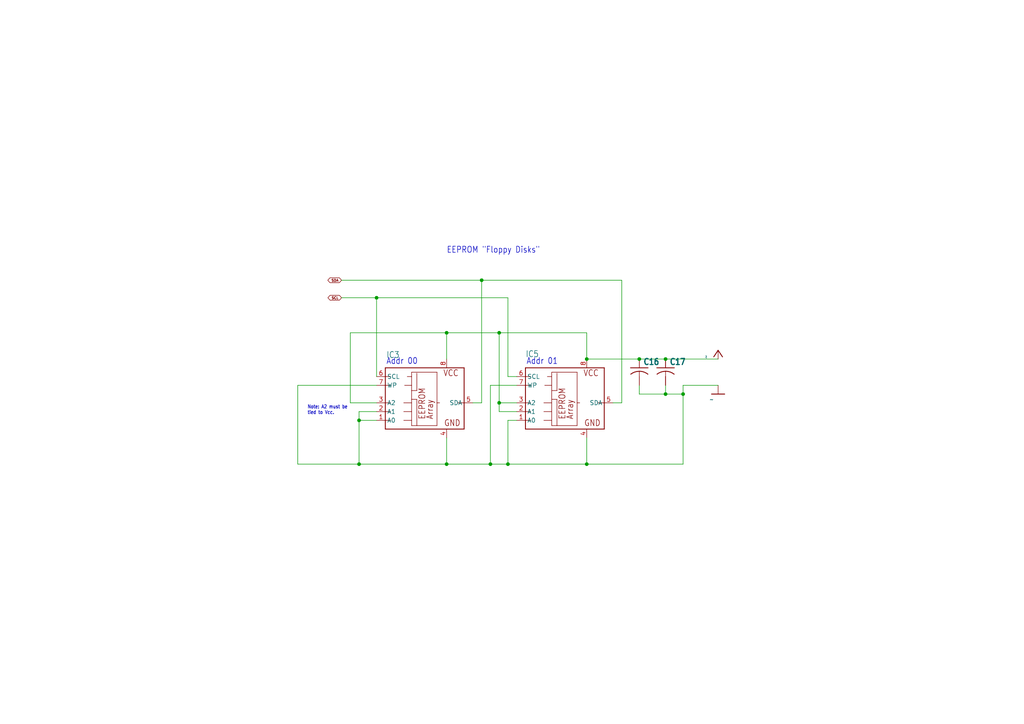
<source format=kicad_sch>
(kicad_sch (version 20211123) (generator eeschema)
  (paper "A4")
  (lib_symbols
    (symbol "Z80-4chip-v3-eagle-import:24CP"
      (property "Reference" "IC" (at -10.16 11.43 0))
      (property "Value" "24CP" (at -10.16 -10.16 0))
      (symbol "24CP_1_0"
        (polyline (pts (xy -10.16 -7.62) (xy -10.16 -5.08)) (stroke (width 0.254)))
        (polyline (pts (xy -10.16 -5.08) (xy -10.16 -2.54)) (stroke (width 0.254)))
        (polyline (pts (xy -10.16 -5.08) (xy -8.636 -5.08)) (stroke (width 0.1524)))
        (polyline (pts (xy -10.16 -2.54) (xy -10.16 0)) (stroke (width 0.254)))
        (polyline (pts (xy -10.16 -2.54) (xy -8.636 -2.54)) (stroke (width 0.1524)))
        (polyline (pts (xy -10.16 0) (xy -10.16 5.08)) (stroke (width 0.254)))
        (polyline (pts (xy -10.16 0) (xy -8.636 0)) (stroke (width 0.1524)))
        (polyline (pts (xy -10.16 5.08) (xy -10.16 7.62)) (stroke (width 0.254)))
        (polyline (pts (xy -10.16 5.08) (xy -8.636 5.08)) (stroke (width 0.1524)))
        (polyline (pts (xy -10.16 7.62) (xy -10.16 10.16)) (stroke (width 0.254)))
        (polyline (pts (xy -10.16 7.62) (xy -8.636 7.62)) (stroke (width 0.1524)))
        (polyline (pts (xy -10.16 10.16) (xy 12.7 10.16)) (stroke (width 0.254)))
        (polyline (pts (xy -4.826 -5.08) (xy -2.54 -5.08)) (stroke (width 0.1524)))
        (polyline (pts (xy -4.826 -2.54) (xy -2.54 -2.54)) (stroke (width 0.1524)))
        (polyline (pts (xy -4.826 0) (xy -2.54 0)) (stroke (width 0.1524)))
        (polyline (pts (xy -4.572 5.08) (xy -2.54 5.08)) (stroke (width 0.1524)))
        (polyline (pts (xy -3.81 7.62) (xy -2.54 7.62)) (stroke (width 0.1524)))
        (polyline (pts (xy -2.54 -6.604) (xy -2.54 -5.08)) (stroke (width 0.1524)))
        (polyline (pts (xy -2.54 -5.08) (xy -2.54 -2.54)) (stroke (width 0.1524)))
        (polyline (pts (xy -2.54 -2.54) (xy -2.54 0)) (stroke (width 0.1524)))
        (polyline (pts (xy -2.54 0) (xy -2.54 1.016)) (stroke (width 0.1524)))
        (polyline (pts (xy -2.54 1.016) (xy -2.54 3.556)) (stroke (width 0.1524)))
        (polyline (pts (xy -2.54 1.016) (xy -1.016 1.016)) (stroke (width 0.1524)))
        (polyline (pts (xy -2.54 3.556) (xy -2.54 5.08)) (stroke (width 0.1524)))
        (polyline (pts (xy -2.54 3.556) (xy -1.016 3.556)) (stroke (width 0.1524)))
        (polyline (pts (xy -2.54 5.08) (xy -2.54 7.62)) (stroke (width 0.1524)))
        (polyline (pts (xy -2.54 7.62) (xy -2.54 8.89)) (stroke (width 0.1524)))
        (polyline (pts (xy -2.54 8.89) (xy 4.826 8.89)) (stroke (width 0.1524)))
        (polyline (pts (xy -1.016 -6.604) (xy -2.54 -6.604)) (stroke (width 0.1524)))
        (polyline (pts (xy -1.016 1.016) (xy -1.016 -6.604)) (stroke (width 0.1524)))
        (polyline (pts (xy -1.016 8.636) (xy -1.016 3.556)) (stroke (width 0.1524)))
        (polyline (pts (xy 4.826 -6.604) (xy -1.016 -6.604)) (stroke (width 0.1524)))
        (polyline (pts (xy 4.826 0) (xy 4.826 -6.604)) (stroke (width 0.1524)))
        (polyline (pts (xy 4.826 8.89) (xy 4.826 0)) (stroke (width 0.1524)))
        (polyline (pts (xy 5.588 0) (xy 4.826 0)) (stroke (width 0.1524)))
        (polyline (pts (xy 12.7 -7.62) (xy -10.16 -7.62)) (stroke (width 0.254)))
        (polyline (pts (xy 12.7 0) (xy 10.922 0)) (stroke (width 0.1524)))
        (polyline (pts (xy 12.7 0) (xy 12.7 -7.62)) (stroke (width 0.254)))
        (polyline (pts (xy 12.7 10.16) (xy 12.7 0)) (stroke (width 0.254)))
        (text "Array" (at 3.81 -4.826 900) (effects (font (size 1.778 1.5113)) (justify left bottom)))
        (text "EEPROM" (at 1.524 -4.826 900) (effects (font (size 1.778 1.5113)) (justify left bottom)))
        (text "GND" (at 6.858 -6.858 0) (effects (font (size 1.778 1.5113)) (justify left bottom)))
        (text "VCC" (at 6.604 7.62 0) (effects (font (size 1.778 1.5113)) (justify left bottom)))
        (pin input line (at -12.7 -5.08 0) (length 2.54) (name "A0") (number "1"))
        (pin input line (at -12.7 -2.54 0) (length 2.54) (name "A1") (number "2"))
        (pin input line (at -12.7 0 0) (length 2.54) (name "A2") (number "3"))
        (pin power_in line (at 7.62 -10.16 90) (length 2.54) (name "GND") (number "4"))
        (pin bidirectional line (at 15.24 0 180) (length 2.54) (name "SDA") (number "5"))
        (pin input line (at -12.7 7.62 0) (length 2.54) (name "SCL") (number "6"))
        (pin input line (at -12.7 5.08 0) (length 2.54) (name "WP") (number "7"))
        (pin power_in line (at 7.62 12.7 270) (length 2.54) (name "VCC") (number "8"))
      )
    )
    (symbol "Z80-4chip-v3-eagle-import:C-US-5MM"
      (property "Reference" "C" (at 1.016 0.635 0))
      (property "Value" "C-US-5MM" (at 1.016 -4.191 0))
      (symbol "C-US-5MM_1_0"
        (arc (start 0 -1.0161) (mid -1.302 -1.2303) (end -2.4668 -1.8504) (stroke (width 0.254)))
        (polyline (pts (xy -2.54 0) (xy 2.54 0)) (stroke (width 0.254)))
        (polyline (pts (xy 0 -1.0161) (xy 0 -2.54)) (stroke (width 0.1524)))
        (polyline (pts (xy 0 -1.016) (xy 0 -1.0161)) (stroke (width 0.1524)))
        (arc (start 2.4892 -1.8542) (mid 1.3158 -1.2195) (end 0 -1) (stroke (width 0.254)))
        (pin passive line (at 0 2.54 270) (length 2.54) (name "1") (number "1"))
        (pin passive line (at 0 -5.08 90) (length 2.54) (name "2") (number "2"))
      )
    )
    (symbol "Z80-4chip-v3-eagle-import:GND" (power)
      (property "Value" "GND" (at -2.54 -2.54 0))
      (symbol "GND_1_0"
        (polyline (pts (xy -1.905 0) (xy 1.905 0)) (stroke (width 0.254)))
        (pin power_in line (at 0 2.54 270) (length 2.54) (name "GND") (number "1"))
      )
    )
    (symbol "Z80-4chip-v3-eagle-import:VCC" (power)
      (property "Value" "VCC" (at -2.54 -2.54 90))
      (symbol "VCC_1_0"
        (polyline (pts (xy 0 0) (xy -1.27 -1.905)) (stroke (width 0.254)))
        (polyline (pts (xy 1.27 -1.905) (xy 0 0)) (stroke (width 0.254)))
        (pin power_in line (at 0 -2.54 90) (length 2.54) (name "VCC") (number "1"))
      )
    )
  )
  (junction (at 139.7 81.28))
  (junction (at 109.22 86.36))
  (junction (at 129.54 134.62))
  (junction (at 142.24 134.62))
  (junction (at 198.12 114.3))
  (junction (at 104.14 134.62))
  (junction (at 185.42 104.14))
  (junction (at 170.18 104.14))
  (junction (at 104.14 121.92))
  (junction (at 193.04 114.3))
  (junction (at 170.18 134.62))
  (junction (at 144.78 96.52))
  (junction (at 144.78 116.84))
  (junction (at 147.32 134.62))
  (junction (at 129.54 96.52))
  (junction (at 193.04 104.14))
  (wire (pts (xy 104.14 121.92) (xy 109.22 121.92)))
  (wire (pts (xy 109.22 116.84) (xy 101.6 116.84)))
  (wire (pts (xy 129.54 134.62) (xy 142.24 134.62)))
  (wire (pts (xy 198.12 111.76) (xy 208.28 111.76)))
  (wire (pts (xy 180.34 116.84) (xy 180.34 81.28)))
  (wire (pts (xy 185.42 114.3) (xy 193.04 114.3)))
  (wire (pts (xy 193.04 104.14) (xy 208.28 104.14)))
  (wire (pts (xy 109.22 86.36) (xy 99.06 86.36)))
  (wire (pts (xy 86.36 134.62) (xy 104.14 134.62)))
  (wire (pts (xy 170.18 96.52) (xy 170.18 104.14)))
  (wire (pts (xy 144.78 119.38) (xy 149.86 119.38)))
  (wire (pts (xy 198.12 114.3) (xy 198.12 111.76)))
  (wire (pts (xy 109.22 109.22) (xy 109.22 86.36)))
  (wire (pts (xy 129.54 104.14) (xy 129.54 96.52)))
  (wire (pts (xy 193.04 114.3) (xy 198.12 114.3)))
  (wire (pts (xy 109.22 86.36) (xy 147.32 86.36)))
  (wire (pts (xy 139.7 81.28) (xy 99.06 81.28)))
  (wire (pts (xy 198.12 134.62) (xy 198.12 114.3)))
  (wire (pts (xy 185.42 111.76) (xy 185.42 114.3)))
  (wire (pts (xy 147.32 134.62) (xy 170.18 134.62)))
  (wire (pts (xy 129.54 96.52) (xy 144.78 96.52)))
  (wire (pts (xy 185.42 104.14) (xy 193.04 104.14)))
  (wire (pts (xy 104.14 119.38) (xy 104.14 121.92)))
  (wire (pts (xy 129.54 127) (xy 129.54 134.62)))
  (wire (pts (xy 147.32 121.92) (xy 147.32 134.62)))
  (wire (pts (xy 137.16 116.84) (xy 139.7 116.84)))
  (wire (pts (xy 142.24 111.76) (xy 142.24 134.62)))
  (wire (pts (xy 170.18 104.14) (xy 185.42 104.14)))
  (wire (pts (xy 170.18 134.62) (xy 170.18 127)))
  (wire (pts (xy 101.6 116.84) (xy 101.6 96.52)))
  (wire (pts (xy 104.14 134.62) (xy 129.54 134.62)))
  (wire (pts (xy 142.24 134.62) (xy 147.32 134.62)))
  (wire (pts (xy 149.86 121.92) (xy 147.32 121.92)))
  (wire (pts (xy 170.18 134.62) (xy 198.12 134.62)))
  (wire (pts (xy 86.36 111.76) (xy 86.36 134.62)))
  (wire (pts (xy 104.14 121.92) (xy 104.14 134.62)))
  (wire (pts (xy 147.32 86.36) (xy 147.32 109.22)))
  (wire (pts (xy 144.78 116.84) (xy 144.78 96.52)))
  (wire (pts (xy 144.78 116.84) (xy 144.78 119.38)))
  (wire (pts (xy 144.78 96.52) (xy 170.18 96.52)))
  (wire (pts (xy 109.22 111.76) (xy 86.36 111.76)))
  (wire (pts (xy 109.22 119.38) (xy 104.14 119.38)))
  (wire (pts (xy 149.86 116.84) (xy 144.78 116.84)))
  (wire (pts (xy 149.86 111.76) (xy 142.24 111.76)))
  (wire (pts (xy 193.04 111.76) (xy 193.04 114.3)))
  (wire (pts (xy 177.8 116.84) (xy 180.34 116.84)))
  (wire (pts (xy 139.7 116.84) (xy 139.7 81.28)))
  (wire (pts (xy 101.6 96.52) (xy 129.54 96.52)))
  (wire (pts (xy 180.34 81.28) (xy 139.7 81.28)))
  (wire (pts (xy 147.32 109.22) (xy 149.86 109.22)))
  (text "Addr 01" (at 152.654 105.918 180) (effects (font (size 1.778 1.5113)) (justify left bottom)))
  (text "Note: A2 must be\ntied to Vcc." (at 89.154 120.396 180) (effects (font (size 1.016 0.8636)) (justify left bottom)))
  (text "EEPROM \"Floppy Disks\"" (at 129.54 73.66 180) (effects (font (size 1.778 1.5113)) (justify left bottom)))
  (text "Addr 00" (at 112.014 105.918 180) (effects (font (size 1.778 1.5113)) (justify left bottom)))
  (global_label "SCL" (shape bidirectional) (at 99.06 86.36 180) (effects (font (size 0.7112 0.7112))) (property "Intersheet References" "${INTERSHEET_REFS}" (effects hide)))
  (global_label "SDA" (shape bidirectional) (at 99.06 81.28 180) (effects (font (size 0.7112 0.7112))) (property "Intersheet References" "${INTERSHEET_REFS}" (effects hide)))
  (symbol (lib_id "Z80-4chip-v3-eagle-import:24CP") (at 162.56 116.84 0) (unit 1)
    (property "Reference" "IC5" (at 152.4 103.632 0) (effects (font (size 1.778 1.5113)) (justify left bottom)))
  )
  (symbol (lib_id "Z80-4chip-v3-eagle-import:GND") (at 208.28 114.3 0) (unit 1)
    (property "Reference" "#GND16" (effects hide))
  )
  (symbol (lib_id "Z80-4chip-v3-eagle-import:VCC") (at 208.28 101.6 0) (unit 1)
    (property "Reference" "#P+14" (effects hide))
  )
  (symbol (lib_id "Z80-4chip-v3-eagle-import:24CP") (at 121.92 116.84 0) (unit 1)
    (property "Reference" "IC3" (at 112.014 103.886 0) (effects (font (size 1.778 1.5113)) (justify left bottom)))
  )
  (symbol (lib_id "Z80-4chip-v3-eagle-import:C-US-5MM") (at 185.42 106.68 0) (unit 1)
    (property "Reference" "C16" (at 186.436 106.045 0) (effects (font (size 1.778 1.5113) bold) (justify left bottom)))
  )
  (symbol (lib_id "Z80-4chip-v3-eagle-import:C-US-5MM") (at 193.04 106.68 0) (unit 1)
    (property "Reference" "C17" (at 194.056 106.045 0) (effects (font (size 1.778 1.5113) bold) (justify left bottom)))
  )
)
</source>
